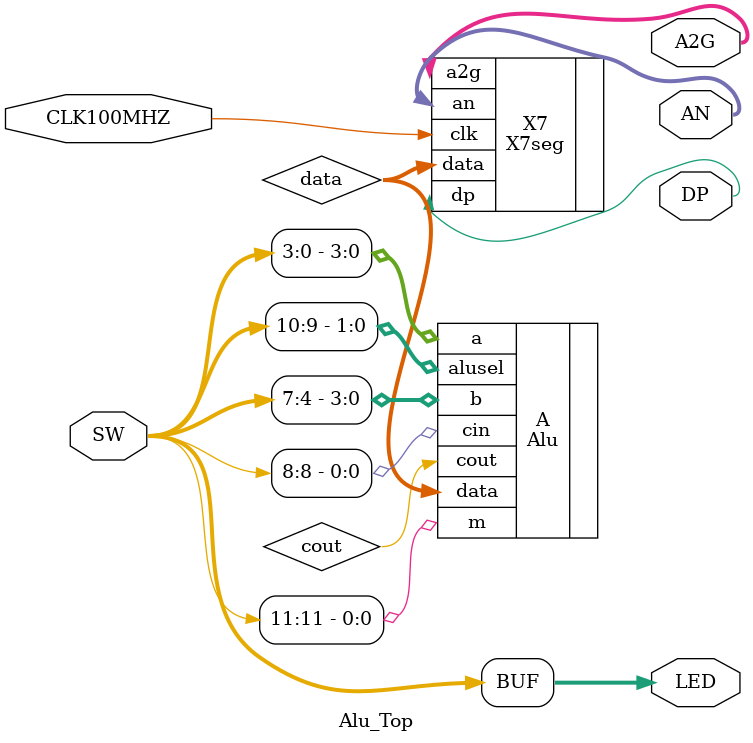
<source format=sv>
`timescale 1ns / 1ps


module Alu_Top(
     input logic [11:0] SW,
     input logic CLK100MHZ,
     output logic [6:0] A2G,
     output logic [7:0] AN,
     output logic [11:0] LED,
     output logic DP
    );
    
    logic [39:0] data;
    logic cout;
    assign LED = SW;
    
    //ÊµÀý»¯ËãÊõµ¥Ôª
    Alu A(
    .alusel(SW[10:9]),
    .m(SW[11]),
    .a(SW[3:0]),
    .b(SW[7:4]),
    .cin(SW[8]),
    .data(data),
    .cout(cout)
    );
    //ÊµÀý»¯
    X7seg X7(.data(data),.clk(CLK100MHZ),.an(AN),.a2g(A2G),.dp(DP));
 
    

endmodule

</source>
